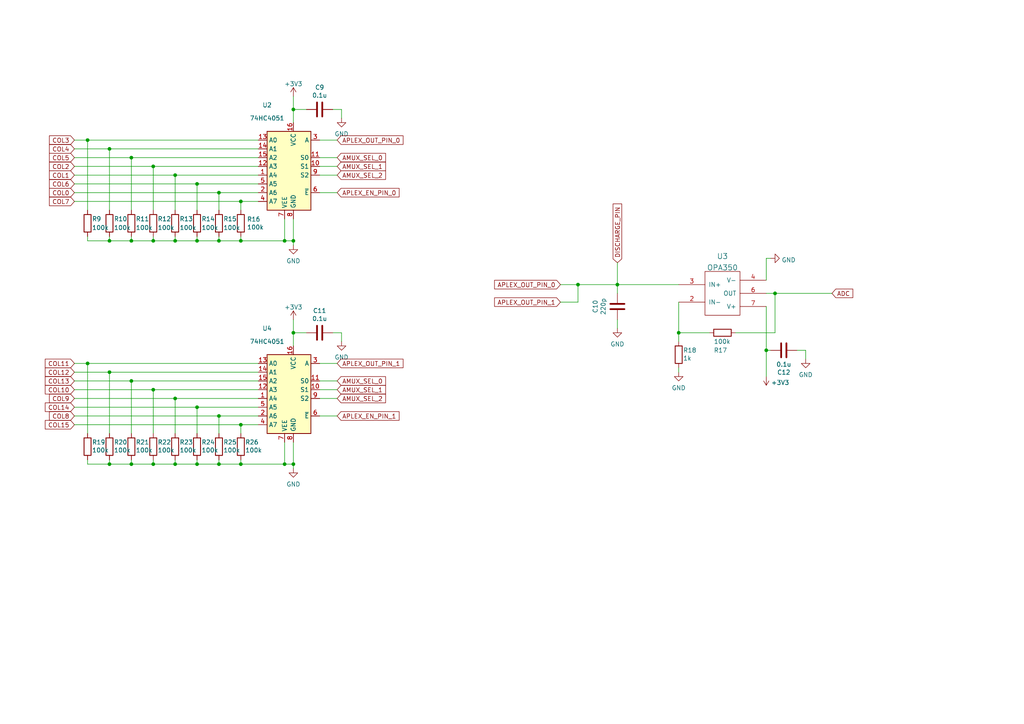
<source format=kicad_sch>
(kicad_sch (version 20211123) (generator eeschema)
  (paper "A4")
  (title_block (title "EC87") (date "2022-03-30") (rev "1") (company "Cipulot's PCB Design "))
  (lib_symbols
    (symbol "74xx:74HC4051"
      (property "Reference" "U" (at -5.08 11.43 0))
      (property "Value" "74HC4051" (at -7.62 -13.97 0))
      (symbol "74HC4051_0_1"
        (rectangle (start -5.08 10.16) (end 7.62 -12.7) (stroke (width 0.254)) (fill (type background)))
      )
      (symbol "74HC4051_1_1"
        (pin passive line (at 10.16 -2.54 180) (length 2.54) (name "A4") (number "1"))
        (pin input line (at -7.62 0 0) (length 2.54) (name "S1") (number "10"))
        (pin input line (at -7.62 2.54 0) (length 2.54) (name "S0") (number "11"))
        (pin passive line (at 10.16 0 180) (length 2.54) (name "A3") (number "12"))
        (pin passive line (at 10.16 7.62 180) (length 2.54) (name "A0") (number "13"))
        (pin passive line (at 10.16 5.08 180) (length 2.54) (name "A1") (number "14"))
        (pin passive line (at 10.16 2.54 180) (length 2.54) (name "A2") (number "15"))
        (pin power_in line (at 0 12.7 270) (length 2.54) (name "VCC") (number "16"))
        (pin passive line (at 10.16 -7.62 180) (length 2.54) (name "A6") (number "2"))
        (pin passive line (at -7.62 7.62 0) (length 2.54) (name "A") (number "3"))
        (pin passive line (at 10.16 -10.16 180) (length 2.54) (name "A7") (number "4"))
        (pin passive line (at 10.16 -5.08 180) (length 2.54) (name "A5") (number "5"))
        (pin input line (at -7.62 -7.62 0) (length 2.54) (name "~{E}") (number "6"))
        (pin power_in line (at 2.54 -15.24 90) (length 2.54) (name "VEE") (number "7"))
        (pin power_in line (at 0 -15.24 90) (length 2.54) (name "GND") (number "8"))
        (pin input line (at -7.62 -2.54 0) (length 2.54) (name "S2") (number "9"))
      )
    )
    (symbol "Device:C" (pin_numbers hide) (pin_names (offset 0.254))
      (property "Reference" "C" (at 0.635 2.54 0))
      (property "Value" "C" (at 0.635 -2.54 0))
      (symbol "C_0_1"
        (polyline (pts (xy -2.032 -0.762) (xy 2.032 -0.762)) (stroke (width 0.508)))
        (polyline (pts (xy -2.032 0.762) (xy 2.032 0.762)) (stroke (width 0.508)))
      )
      (symbol "C_1_1"
        (pin passive line (at 0 3.81 270) (length 2.794) (name "~") (number "1"))
        (pin passive line (at 0 -3.81 90) (length 2.794) (name "~") (number "2"))
      )
    )
    (symbol "Device:R" (pin_numbers hide) (pin_names (offset 0))
      (property "Reference" "R" (at 2.032 0 90))
      (property "Value" "R" (at 0 0 90))
      (symbol "R_0_1"
        (rectangle (start -1.016 -2.54) (end 1.016 2.54) (stroke (width 0.254)))
      )
      (symbol "R_1_1"
        (pin passive line (at 0 3.81 270) (length 1.27) (name "~") (number "1"))
        (pin passive line (at 0 -3.81 90) (length 1.27) (name "~") (number "2"))
      )
    )
    (symbol "burrbrown:OPA350" (pin_names (offset 1.016))
      (property "Reference" "U" (at 8.89 -7.62 0))
      (property "Value" "OPA350" (at 5.08 7.62 0))
      (symbol "OPA350_0_1"
        (rectangle (start 0 -6.35) (end 10.16 6.35))
        (pin input line (at -7.62 2.54 0) (length 7.62) (name "IN-") (number "2"))
        (pin input line (at -7.62 -2.54 0) (length 7.62) (name "IN+") (number "3"))
        (pin input line (at 17.78 -3.81 180) (length 7.62) (name "V-") (number "4"))
        (pin input line (at 17.78 0 180) (length 7.62) (name "OUT") (number "6"))
        (pin input line (at 17.78 3.81 180) (length 7.62) (name "V+") (number "7"))
      )
    )
    (symbol "power:+3.3V" (power) (pin_names (offset 0))
      (property "Value" "+3.3V" (at 0 3.556 0))
      (symbol "+3.3V_0_1"
        (polyline (pts (xy -0.762 1.27) (xy 0 2.54)))
        (polyline (pts (xy 0 0) (xy 0 2.54)))
        (polyline (pts (xy 0 2.54) (xy 0.762 1.27)))
      )
      (symbol "+3.3V_1_1"
        (pin power_in line (at 0 0 90) (length 0) hide (name "+3V3") (number "1"))
      )
    )
    (symbol "power:GND" (power) (pin_names (offset 0))
      (property "Value" "GND" (at 0 -3.81 0))
      (symbol "GND_0_1"
        (polyline (pts (xy 0 0) (xy 0 -1.27) (xy 1.27 -1.27) (xy 0 -2.54) (xy -1.27 -1.27) (xy 0 -1.27)))
      )
      (symbol "GND_1_1"
        (pin power_in line (at 0 0 270) (length 0) hide (name "GND") (number "1"))
      )
    )
  )
  (junction (at 224.79 85.09))
  (junction (at 82.55 69.85))
  (junction (at 44.45 48.26))
  (junction (at 85.09 31.75))
  (junction (at 85.09 69.85))
  (junction (at 69.85 123.19))
  (junction (at 63.5 120.65))
  (junction (at 179.07 82.55))
  (junction (at 63.5 69.85))
  (junction (at 57.15 134.62))
  (junction (at 31.75 107.95))
  (junction (at 57.15 118.11))
  (junction (at 82.55 134.62))
  (junction (at 38.1 69.85))
  (junction (at 50.8 115.57))
  (junction (at 44.45 69.85))
  (junction (at 196.85 96.52))
  (junction (at 57.15 69.85))
  (junction (at 31.75 69.85))
  (junction (at 50.8 50.8))
  (junction (at 85.09 96.52))
  (junction (at 31.75 134.62))
  (junction (at 63.5 55.88))
  (junction (at 38.1 134.62))
  (junction (at 44.45 134.62))
  (junction (at 69.85 58.42))
  (junction (at 57.15 53.34))
  (junction (at 85.09 134.62))
  (junction (at 25.4 40.64))
  (junction (at 50.8 134.62))
  (junction (at 44.45 113.03))
  (junction (at 50.8 69.85))
  (junction (at 31.75 43.18))
  (junction (at 25.4 105.41))
  (junction (at 222.25 101.6))
  (junction (at 38.1 110.49))
  (junction (at 69.85 69.85))
  (junction (at 38.1 45.72))
  (junction (at 63.5 134.62))
  (junction (at 69.85 134.62))
  (junction (at 167.64 82.55))
  (wire (pts (xy 224.79 96.52) (xy 224.79 85.09)))
  (wire (pts (xy 63.5 60.96) (xy 63.5 55.88)))
  (wire (pts (xy 21.59 105.41) (xy 25.4 105.41)))
  (wire (pts (xy 25.4 105.41) (xy 74.93 105.41)))
  (wire (pts (xy 85.09 71.12) (xy 85.09 69.85)))
  (wire (pts (xy 25.4 60.96) (xy 25.4 40.64)))
  (wire (pts (xy 74.93 58.42) (xy 69.85 58.42)))
  (wire (pts (xy 25.4 134.62) (xy 31.75 134.62)))
  (wire (pts (xy 63.5 68.58) (xy 63.5 69.85)))
  (wire (pts (xy 50.8 125.73) (xy 50.8 115.57)))
  (wire (pts (xy 196.85 96.52) (xy 205.74 96.52)))
  (wire (pts (xy 38.1 60.96) (xy 38.1 45.72)))
  (wire (pts (xy 96.52 96.52) (xy 99.06 96.52)))
  (wire (pts (xy 85.09 135.89) (xy 85.09 134.62)))
  (wire (pts (xy 74.93 48.26) (xy 44.45 48.26)))
  (wire (pts (xy 162.56 82.55) (xy 167.64 82.55)))
  (wire (pts (xy 69.85 60.96) (xy 69.85 58.42)))
  (wire (pts (xy 57.15 134.62) (xy 63.5 134.62)))
  (wire (pts (xy 44.45 113.03) (xy 21.59 113.03)))
  (wire (pts (xy 38.1 69.85) (xy 44.45 69.85)))
  (wire (pts (xy 69.85 125.73) (xy 69.85 123.19)))
  (wire (pts (xy 74.93 43.18) (xy 31.75 43.18)))
  (wire (pts (xy 44.45 134.62) (xy 50.8 134.62)))
  (wire (pts (xy 74.93 113.03) (xy 44.45 113.03)))
  (wire (pts (xy 57.15 69.85) (xy 63.5 69.85)))
  (wire (pts (xy 74.93 45.72) (xy 38.1 45.72)))
  (wire (pts (xy 85.09 31.75) (xy 85.09 35.56)))
  (wire (pts (xy 224.79 85.09) (xy 241.3 85.09)))
  (wire (pts (xy 82.55 128.27) (xy 82.55 134.62)))
  (wire (pts (xy 167.64 87.63) (xy 167.64 82.55)))
  (wire (pts (xy 74.93 50.8) (xy 50.8 50.8)))
  (wire (pts (xy 44.45 68.58) (xy 44.45 69.85)))
  (wire (pts (xy 38.1 110.49) (xy 21.59 110.49)))
  (wire (pts (xy 179.07 85.09) (xy 179.07 82.55)))
  (wire (pts (xy 50.8 50.8) (xy 21.59 50.8)))
  (wire (pts (xy 50.8 134.62) (xy 57.15 134.62)))
  (wire (pts (xy 97.79 55.88) (xy 92.71 55.88)))
  (wire (pts (xy 50.8 69.85) (xy 57.15 69.85)))
  (wire (pts (xy 74.93 118.11) (xy 57.15 118.11)))
  (wire (pts (xy 21.59 58.42) (xy 69.85 58.42)))
  (wire (pts (xy 196.85 96.52) (xy 196.85 99.06)))
  (wire (pts (xy 69.85 69.85) (xy 82.55 69.85)))
  (wire (pts (xy 99.06 96.52) (xy 99.06 99.06)))
  (wire (pts (xy 231.14 101.6) (xy 233.68 101.6)))
  (wire (pts (xy 63.5 134.62) (xy 69.85 134.62)))
  (wire (pts (xy 57.15 68.58) (xy 57.15 69.85)))
  (wire (pts (xy 74.93 115.57) (xy 50.8 115.57)))
  (wire (pts (xy 38.1 68.58) (xy 38.1 69.85)))
  (wire (pts (xy 44.45 113.03) (xy 44.45 125.73)))
  (wire (pts (xy 196.85 87.63) (xy 196.85 96.52)))
  (wire (pts (xy 224.79 85.09) (xy 222.25 85.09)))
  (wire (pts (xy 31.75 133.35) (xy 31.75 134.62)))
  (wire (pts (xy 97.79 120.65) (xy 92.71 120.65)))
  (wire (pts (xy 69.85 134.62) (xy 82.55 134.62)))
  (wire (pts (xy 31.75 60.96) (xy 31.75 43.18)))
  (wire (pts (xy 31.75 43.18) (xy 21.59 43.18)))
  (wire (pts (xy 31.75 125.73) (xy 31.75 107.95)))
  (wire (pts (xy 21.59 120.65) (xy 63.5 120.65)))
  (wire (pts (xy 82.55 63.5) (xy 82.55 69.85)))
  (wire (pts (xy 179.07 82.55) (xy 196.85 82.55)))
  (wire (pts (xy 162.56 87.63) (xy 167.64 87.63)))
  (wire (pts (xy 38.1 133.35) (xy 38.1 134.62)))
  (wire (pts (xy 213.36 96.52) (xy 224.79 96.52)))
  (wire (pts (xy 25.4 40.64) (xy 74.93 40.64)))
  (wire (pts (xy 25.4 133.35) (xy 25.4 134.62)))
  (wire (pts (xy 92.71 48.26) (xy 97.79 48.26)))
  (wire (pts (xy 99.06 31.75) (xy 99.06 34.29)))
  (wire (pts (xy 74.93 53.34) (xy 57.15 53.34)))
  (wire (pts (xy 74.93 107.95) (xy 31.75 107.95)))
  (wire (pts (xy 85.09 92.71) (xy 85.09 96.52)))
  (wire (pts (xy 63.5 55.88) (xy 74.93 55.88)))
  (wire (pts (xy 21.59 40.64) (xy 25.4 40.64)))
  (wire (pts (xy 38.1 125.73) (xy 38.1 110.49)))
  (wire (pts (xy 97.79 40.64) (xy 92.71 40.64)))
  (wire (pts (xy 179.07 92.71) (xy 179.07 95.25)))
  (wire (pts (xy 50.8 60.96) (xy 50.8 50.8)))
  (wire (pts (xy 57.15 125.73) (xy 57.15 118.11)))
  (wire (pts (xy 179.07 76.2) (xy 179.07 82.55)))
  (wire (pts (xy 50.8 68.58) (xy 50.8 69.85)))
  (wire (pts (xy 63.5 125.73) (xy 63.5 120.65)))
  (wire (pts (xy 44.45 69.85) (xy 50.8 69.85)))
  (wire (pts (xy 50.8 115.57) (xy 21.59 115.57)))
  (wire (pts (xy 85.09 128.27) (xy 85.09 134.62)))
  (wire (pts (xy 96.52 31.75) (xy 99.06 31.75)))
  (wire (pts (xy 38.1 45.72) (xy 21.59 45.72)))
  (wire (pts (xy 25.4 125.73) (xy 25.4 105.41)))
  (wire (pts (xy 92.71 113.03) (xy 97.79 113.03)))
  (wire (pts (xy 69.85 133.35) (xy 69.85 134.62)))
  (wire (pts (xy 57.15 53.34) (xy 21.59 53.34)))
  (wire (pts (xy 196.85 106.68) (xy 196.85 107.95)))
  (wire (pts (xy 31.75 134.62) (xy 38.1 134.62)))
  (wire (pts (xy 82.55 134.62) (xy 85.09 134.62)))
  (wire (pts (xy 44.45 48.26) (xy 21.59 48.26)))
  (wire (pts (xy 25.4 68.58) (xy 25.4 69.85)))
  (wire (pts (xy 44.45 48.26) (xy 44.45 60.96)))
  (wire (pts (xy 74.93 110.49) (xy 38.1 110.49)))
  (wire (pts (xy 57.15 118.11) (xy 21.59 118.11)))
  (wire (pts (xy 21.59 55.88) (xy 63.5 55.88)))
  (wire (pts (xy 82.55 69.85) (xy 85.09 69.85)))
  (wire (pts (xy 85.09 27.94) (xy 85.09 31.75)))
  (wire (pts (xy 50.8 133.35) (xy 50.8 134.62)))
  (wire (pts (xy 25.4 69.85) (xy 31.75 69.85)))
  (wire (pts (xy 222.25 81.28) (xy 222.25 74.93)))
  (wire (pts (xy 63.5 133.35) (xy 63.5 134.62)))
  (wire (pts (xy 21.59 123.19) (xy 69.85 123.19)))
  (wire (pts (xy 31.75 69.85) (xy 38.1 69.85)))
  (wire (pts (xy 63.5 69.85) (xy 69.85 69.85)))
  (wire (pts (xy 233.68 101.6) (xy 233.68 104.14)))
  (wire (pts (xy 31.75 68.58) (xy 31.75 69.85)))
  (wire (pts (xy 97.79 105.41) (xy 92.71 105.41)))
  (wire (pts (xy 92.71 110.49) (xy 97.79 110.49)))
  (wire (pts (xy 222.25 88.9) (xy 222.25 101.6)))
  (wire (pts (xy 38.1 134.62) (xy 44.45 134.62)))
  (wire (pts (xy 88.9 31.75) (xy 85.09 31.75)))
  (wire (pts (xy 88.9 96.52) (xy 85.09 96.52)))
  (wire (pts (xy 167.64 82.55) (xy 179.07 82.55)))
  (wire (pts (xy 57.15 60.96) (xy 57.15 53.34)))
  (wire (pts (xy 223.52 101.6) (xy 222.25 101.6)))
  (wire (pts (xy 92.71 50.8) (xy 97.79 50.8)))
  (wire (pts (xy 31.75 107.95) (xy 21.59 107.95)))
  (wire (pts (xy 44.45 133.35) (xy 44.45 134.62)))
  (wire (pts (xy 222.25 74.93) (xy 223.52 74.93)))
  (wire (pts (xy 57.15 133.35) (xy 57.15 134.62)))
  (wire (pts (xy 85.09 96.52) (xy 85.09 100.33)))
  (wire (pts (xy 92.71 115.57) (xy 97.79 115.57)))
  (wire (pts (xy 92.71 45.72) (xy 97.79 45.72)))
  (wire (pts (xy 69.85 68.58) (xy 69.85 69.85)))
  (wire (pts (xy 63.5 120.65) (xy 74.93 120.65)))
  (wire (pts (xy 85.09 63.5) (xy 85.09 69.85)))
  (wire (pts (xy 74.93 123.19) (xy 69.85 123.19)))
  (wire (pts (xy 222.25 109.22) (xy 222.25 101.6)))
  (global_label "AMUX_SEL_2" (shape input) (at 97.79 115.57 0) (property "Intersheet References" "${INTERSHEET_REFS}" (effects hide)))
  (global_label "COL1" (shape input) (at 21.59 50.8 180) (property "Intersheet References" "${INTERSHEET_REFS}" (effects hide)))
  (global_label "COL0" (shape input) (at 21.59 55.88 180) (property "Intersheet References" "${INTERSHEET_REFS}" (effects hide)))
  (global_label "COL13" (shape input) (at 21.59 110.49 180) (property "Intersheet References" "${INTERSHEET_REFS}" (effects hide)))
  (global_label "COL12" (shape input) (at 21.59 107.95 180) (property "Intersheet References" "${INTERSHEET_REFS}" (effects hide)))
  (global_label "COL11" (shape input) (at 21.59 105.41 180) (property "Intersheet References" "${INTERSHEET_REFS}" (effects hide)))
  (global_label "COL2" (shape input) (at 21.59 48.26 180) (property "Intersheet References" "${INTERSHEET_REFS}" (effects hide)))
  (global_label "AMUX_SEL_0" (shape input) (at 97.79 45.72 0) (property "Intersheet References" "${INTERSHEET_REFS}" (effects hide)))
  (global_label "APLEX_OUT_PIN_1" (shape input) (at 97.79 105.41 0) (property "Intersheet References" "${INTERSHEET_REFS}" (effects hide)))
  (global_label "APLEX_OUT_PIN_1" (shape input) (at 162.56 87.63 180) (property "Intersheet References" "${INTERSHEET_REFS}" (effects hide)))
  (global_label "COL15" (shape input) (at 21.59 123.19 180) (property "Intersheet References" "${INTERSHEET_REFS}" (effects hide)))
  (global_label "COL14" (shape input) (at 21.59 118.11 180) (property "Intersheet References" "${INTERSHEET_REFS}" (effects hide)))
  (global_label "COL8" (shape input) (at 21.59 120.65 180) (property "Intersheet References" "${INTERSHEET_REFS}" (effects hide)))
  (global_label "COL3" (shape input) (at 21.59 40.64 180) (property "Intersheet References" "${INTERSHEET_REFS}" (effects hide)))
  (global_label "AMUX_SEL_1" (shape input) (at 97.79 48.26 0) (property "Intersheet References" "${INTERSHEET_REFS}" (effects hide)))
  (global_label "APLEX_OUT_PIN_0" (shape input) (at 97.79 40.64 0) (property "Intersheet References" "${INTERSHEET_REFS}" (effects hide)))
  (global_label "AMUX_SEL_1" (shape input) (at 97.79 113.03 0) (property "Intersheet References" "${INTERSHEET_REFS}" (effects hide)))
  (global_label "ADC" (shape input) (at 241.3 85.09 0) (property "Intersheet References" "${INTERSHEET_REFS}" (effects hide)))
  (global_label "DISCHARGE_PIN" (shape input) (at 179.07 76.2 90) (property "Intersheet References" "${INTERSHEET_REFS}" (effects hide)))
  (global_label "COL7" (shape input) (at 21.59 58.42 180) (property "Intersheet References" "${INTERSHEET_REFS}" (effects hide)))
  (global_label "AMUX_SEL_2" (shape input) (at 97.79 50.8 0) (property "Intersheet References" "${INTERSHEET_REFS}" (effects hide)))
  (global_label "COL5" (shape input) (at 21.59 45.72 180) (property "Intersheet References" "${INTERSHEET_REFS}" (effects hide)))
  (global_label "COL6" (shape input) (at 21.59 53.34 180) (property "Intersheet References" "${INTERSHEET_REFS}" (effects hide)))
  (global_label "APLEX_OUT_PIN_0" (shape input) (at 162.56 82.55 180) (property "Intersheet References" "${INTERSHEET_REFS}" (effects hide)))
  (global_label "COL4" (shape input) (at 21.59 43.18 180) (property "Intersheet References" "${INTERSHEET_REFS}" (effects hide)))
  (global_label "COL10" (shape input) (at 21.59 113.03 180) (property "Intersheet References" "${INTERSHEET_REFS}" (effects hide)))
  (global_label "APLEX_EN_PIN_0" (shape input) (at 97.79 55.88 0) (property "Intersheet References" "${INTERSHEET_REFS}" (effects hide)))
  (global_label "AMUX_SEL_0" (shape input) (at 97.79 110.49 0) (property "Intersheet References" "${INTERSHEET_REFS}" (effects hide)))
  (global_label "APLEX_EN_PIN_1" (shape input) (at 97.79 120.65 0) (property "Intersheet References" "${INTERSHEET_REFS}" (effects hide)))
  (global_label "COL9" (shape input) (at 21.59 115.57 180) (property "Intersheet References" "${INTERSHEET_REFS}" (effects hide)))
  (symbol (lib_id "Device:R") (at 25.4 129.54 0) (unit 1)
    (property "Reference" "R19" (at 26.67 128.27 0) (effects (justify left)))
    (property "Value" "100k" (at 26.67 130.5814 0) (effects (justify left)))
    (property "Footprint" "Resistor_SMD:R_0603_1608Metric" (effects hide))
  )
  (symbol (lib_id "74xx:74HC4051") (at 85.09 48.26 0) (mirror y) (unit 1)
    (property "Reference" "U2" (at 77.47 30.48 0))
    (property "Value" "74HC4051" (at 77.47 34.29 0))
    (property "Footprint" "cipulot_parts:TSSOP16" (effects hide))
    (property "Datasheet" "http://www.ti.com/lit/ds/symlink/cd74hc4051.pdf" (effects hide))
  )
  (symbol (lib_id "Device:R") (at 31.75 64.77 0) (unit 1)
    (property "Reference" "R10" (at 33.02 63.5 0) (effects (justify left)))
    (property "Value" "100k" (at 33.02 66.04 0) (effects (justify left)))
    (property "Footprint" "Resistor_SMD:R_0603_1608Metric" (effects hide))
  )
  (symbol (lib_id "power:GND") (at 179.07 95.25 0) (unit 1)
    (property "Reference" "#PWR046" (effects hide))
    (property "Value" "GND" (at 179.07 99.8125 0))
  )
  (symbol (lib_id "Device:R") (at 57.15 129.54 0) (unit 1)
    (property "Reference" "R24" (at 58.42 128.27 0) (effects (justify left)))
    (property "Value" "100k" (at 58.42 130.5814 0) (effects (justify left)))
    (property "Footprint" "Resistor_SMD:R_0603_1608Metric" (effects hide))
  )
  (symbol (lib_id "power:GND") (at 99.06 34.29 0) (unit 1)
    (property "Reference" "#PWR043" (effects hide))
    (property "Value" "GND" (at 99.06 38.8525 0))
  )
  (symbol (lib_id "Device:R") (at 209.55 96.52 270) (unit 1)
    (property "Reference" "R17" (at 207.01 101.6 90) (effects (justify left)))
    (property "Value" "100k" (at 207.01 99.06 90) (effects (justify left)))
    (property "Footprint" "Resistor_SMD:R_0603_1608Metric" (effects hide))
  )
  (symbol (lib_id "power:GND") (at 196.85 107.95 0) (unit 1)
    (property "Reference" "#PWR049" (effects hide))
    (property "Value" "GND" (at 196.85 112.5125 0))
  )
  (symbol (lib_id "Device:R") (at 57.15 64.77 0) (unit 1)
    (property "Reference" "R14" (at 58.42 63.5 0) (effects (justify left)))
    (property "Value" "100k" (at 58.42 66.04 0) (effects (justify left)))
    (property "Footprint" "Resistor_SMD:R_0603_1608Metric" (effects hide))
  )
  (symbol (lib_id "Device:R") (at 25.4 64.77 0) (unit 1)
    (property "Reference" "R9" (at 26.67 63.5 0) (effects (justify left)))
    (property "Value" "100k" (at 26.67 66.04 0) (effects (justify left)))
    (property "Footprint" "Resistor_SMD:R_0603_1608Metric" (effects hide))
  )
  (symbol (lib_id "Device:R") (at 69.85 129.54 0) (unit 1)
    (property "Reference" "R26" (at 71.12 128.27 0) (effects (justify left)))
    (property "Value" "100k" (at 71.12 130.5814 0) (effects (justify left)))
    (property "Footprint" "Resistor_SMD:R_0603_1608Metric" (effects hide))
  )
  (symbol (lib_id "74xx:74HC4051") (at 85.09 113.03 0) (mirror y) (unit 1)
    (property "Reference" "U4" (at 77.47 95.25 0))
    (property "Value" "74HC4051" (at 77.47 99.06 0))
    (property "Footprint" "cipulot_parts:TSSOP16" (effects hide))
    (property "Datasheet" "http://www.ti.com/lit/ds/symlink/cd74hc4051.pdf" (effects hide))
  )
  (symbol (lib_id "Device:R") (at 44.45 64.77 0) (unit 1)
    (property "Reference" "R12" (at 45.72 63.5 0) (effects (justify left)))
    (property "Value" "100k" (at 45.72 66.04 0) (effects (justify left)))
    (property "Footprint" "Resistor_SMD:R_0603_1608Metric" (effects hide))
  )
  (symbol (lib_id "Device:R") (at 196.85 102.87 0) (unit 1)
    (property "Reference" "R18" (at 198.12 101.6 0) (effects (justify left)))
    (property "Value" "1k" (at 198.12 103.9114 0) (effects (justify left)))
    (property "Footprint" "Resistor_SMD:R_0603_1608Metric" (effects hide))
  )
  (symbol (lib_id "Device:C") (at 179.07 88.9 0) (unit 1)
    (property "Reference" "C10" (at 172.6692 88.9 90))
    (property "Value" "220p" (at 174.9806 88.9 90))
    (property "Footprint" "Capacitor_SMD:C_0603_1608Metric" (effects hide))
  )
  (symbol (lib_id "power:GND") (at 223.52 74.93 90) (unit 1)
    (property "Reference" "#PWR045" (effects hide))
    (property "Value" "GND" (at 226.695 75.409 90) (effects (justify right)))
  )
  (symbol (lib_id "Device:R") (at 50.8 129.54 0) (unit 1)
    (property "Reference" "R23" (at 52.07 128.27 0) (effects (justify left)))
    (property "Value" "100k" (at 52.07 130.5814 0) (effects (justify left)))
    (property "Footprint" "Resistor_SMD:R_0603_1608Metric" (effects hide))
  )
  (symbol (lib_id "power:GND") (at 99.06 99.06 0) (unit 1)
    (property "Reference" "#PWR047" (effects hide))
    (property "Value" "GND" (at 99.06 103.6225 0))
  )
  (symbol (lib_id "Device:R") (at 63.5 64.77 0) (unit 1)
    (property "Reference" "R15" (at 64.77 63.5 0) (effects (justify left)))
    (property "Value" "100k" (at 64.77 66.04 0) (effects (justify left)))
    (property "Footprint" "Resistor_SMD:R_0603_1608Metric" (effects hide))
  )
  (symbol (lib_id "Device:R") (at 69.85 64.77 0) (unit 1)
    (property "Reference" "R16" (at 71.628 63.6016 0) (effects (justify left)))
    (property "Value" "100k" (at 71.628 65.913 0) (effects (justify left)))
    (property "Footprint" "Resistor_SMD:R_0603_1608Metric" (effects hide))
  )
  (symbol (lib_id "Device:R") (at 38.1 129.54 0) (unit 1)
    (property "Reference" "R21" (at 39.37 128.27 0) (effects (justify left)))
    (property "Value" "100k" (at 39.37 130.5814 0) (effects (justify left)))
    (property "Footprint" "Resistor_SMD:R_0603_1608Metric" (effects hide))
  )
  (symbol (lib_id "Device:R") (at 31.75 129.54 0) (unit 1)
    (property "Reference" "R20" (at 33.02 128.27 0) (effects (justify left)))
    (property "Value" "100k" (at 33.02 130.5814 0) (effects (justify left)))
    (property "Footprint" "Resistor_SMD:R_0603_1608Metric" (effects hide))
  )
  (symbol (lib_id "Device:R") (at 38.1 64.77 0) (unit 1)
    (property "Reference" "R11" (at 39.37 63.5 0) (effects (justify left)))
    (property "Value" "100k" (at 39.37 66.04 0) (effects (justify left)))
    (property "Footprint" "Resistor_SMD:R_0603_1608Metric" (effects hide))
  )
  (symbol (lib_id "power:GND") (at 233.68 104.14 0) (unit 1)
    (property "Reference" "#PWR048" (effects hide))
    (property "Value" "GND" (at 233.68 108.7025 0))
  )
  (symbol (lib_id "Device:C") (at 92.71 96.52 270) (unit 1)
    (property "Reference" "C11" (at 92.71 90.1192 90))
    (property "Value" "0.1u" (at 92.71 92.4306 90))
    (property "Footprint" "Capacitor_SMD:C_0603_1608Metric" (effects hide))
  )
  (symbol (lib_id "power:GND") (at 85.09 71.12 0) (unit 1)
    (property "Reference" "#PWR044" (effects hide))
    (property "Value" "GND" (at 85.09 75.6825 0))
  )
  (symbol (lib_id "power:+3.3V") (at 85.09 27.94 0) (unit 1)
    (property "Reference" "#PWR0105" (effects hide))
    (property "Value" "+3.3V" (at 85.09 24.3355 0))
  )
  (symbol (lib_id "Device:C") (at 227.33 101.6 270) (mirror x) (unit 1)
    (property "Reference" "C12" (at 227.33 108.0008 90))
    (property "Value" "0.1u" (at 227.33 105.6894 90))
    (property "Footprint" "Capacitor_SMD:C_0603_1608Metric" (effects hide))
  )
  (symbol (lib_id "burrbrown:OPA350") (at 204.47 85.09 0) (mirror x) (unit 1)
    (property "Reference" "U3" (at 209.55 74.3361 0) (effects (font (size 1.524 1.524))))
    (property "Value" "OPA350" (at 209.55 77.6151 0) (effects (font (size 1.524 1.524))))
    (property "Footprint" "Package_SO:SOIC-8_3.9x4.9mm_P1.27mm" (effects hide))
  )
  (symbol (lib_id "power:GND") (at 85.09 135.89 0) (unit 1)
    (property "Reference" "#PWR050" (effects hide))
    (property "Value" "GND" (at 85.09 140.4525 0))
  )
  (symbol (lib_id "Device:C") (at 92.71 31.75 270) (unit 1)
    (property "Reference" "C9" (at 92.71 25.3492 90))
    (property "Value" "0.1u" (at 92.71 27.6606 90))
    (property "Footprint" "Capacitor_SMD:C_0603_1608Metric" (effects hide))
  )
  (symbol (lib_id "power:+3.3V") (at 222.25 109.22 180) (unit 1)
    (property "Reference" "#PWR0104" (effects hide))
    (property "Value" "+3.3V" (at 223.647 110.969 0) (effects (justify right)))
  )
  (symbol (lib_id "Device:R") (at 44.45 129.54 0) (unit 1)
    (property "Reference" "R22" (at 45.72 128.27 0) (effects (justify left)))
    (property "Value" "100k" (at 45.72 130.5814 0) (effects (justify left)))
    (property "Footprint" "Resistor_SMD:R_0603_1608Metric" (effects hide))
  )
  (symbol (lib_id "Device:R") (at 63.5 129.54 0) (unit 1)
    (property "Reference" "R25" (at 64.77 128.27 0) (effects (justify left)))
    (property "Value" "100k" (at 64.77 130.5814 0) (effects (justify left)))
    (property "Footprint" "Resistor_SMD:R_0603_1608Metric" (effects hide))
  )
  (symbol (lib_id "power:+3.3V") (at 85.09 92.71 0) (unit 1)
    (property "Reference" "#PWR0103" (effects hide))
    (property "Value" "+3.3V" (at 85.09 89.1055 0))
  )
  (symbol (lib_id "Device:R") (at 50.8 64.77 0) (unit 1)
    (property "Reference" "R13" (at 52.07 63.5 0) (effects (justify left)))
    (property "Value" "100k" (at 52.07 66.04 0) (effects (justify left)))
    (property "Footprint" "Resistor_SMD:R_0603_1608Metric" (effects hide))
  )
)
</source>
